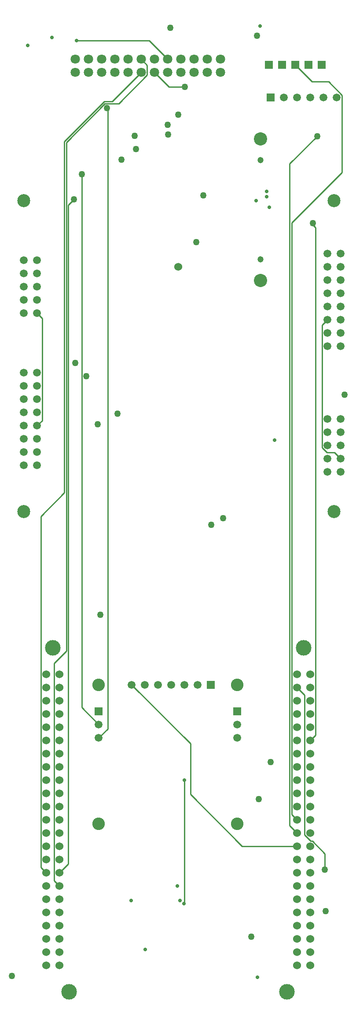
<source format=gbr>
G04 Layer_Physical_Order=4*
G04 Layer_Color=36540*
%FSLAX26Y26*%
%MOIN*%
%TF.FileFunction,Copper,L4,Inr,Signal*%
%TF.Part,Single*%
G01*
G75*
%TA.AperFunction,Conductor*%
%ADD20C,0.010000*%
%TA.AperFunction,ComponentPad*%
%ADD21C,0.059055*%
%ADD22R,0.059055X0.059055*%
%ADD23C,0.100000*%
%ADD24C,0.047000*%
%ADD25C,0.070866*%
%ADD26C,0.060000*%
%ADD27C,0.118110*%
%ADD28R,0.059055X0.059055*%
%ADD29R,0.060000X0.060000*%
%TA.AperFunction,ViaPad*%
%ADD30C,0.060000*%
%TA.AperFunction,WasherPad*%
%ADD31C,0.098425*%
%ADD32C,0.095000*%
%TA.AperFunction,ViaPad*%
%ADD33C,0.050000*%
%ADD34C,0.027559*%
D20*
X-1858000Y6978500D02*
X-1852000Y6972500D01*
X-1852000Y2288029D02*
X-1852000Y6972500D01*
X-1919851Y2220178D02*
X-1852000Y2288029D01*
X-833000Y1400000D02*
X-419075Y1400000D01*
X-1225511Y1792511D02*
X-833000Y1400000D01*
X-1225511Y1792511D02*
X-1225511Y2175838D01*
X-1272000Y966500D02*
X-1272000Y1898500D01*
X-1273000Y965500D02*
X-1272000Y966500D01*
X-1272000Y1898500D02*
X-1271000Y1899500D01*
X-2258000Y1140000D02*
X-2258000Y2784503D01*
X-2220481Y1097336D02*
X-2220481Y1102481D01*
X-2165575Y2876928D02*
X-2165575Y6720423D01*
X-361501Y1486932D02*
X-361501Y2543501D01*
X-314568Y1440000D02*
X-301432Y1440000D01*
X-205614Y1223272D02*
X-205614Y1344183D01*
X-301432Y1440000D02*
X-205614Y1344183D01*
X-417500Y2599500D02*
X-361501Y2543501D01*
X-1552567Y7229681D02*
X-1552567Y7303067D01*
X-1598000Y7348500D02*
X-1552567Y7303067D01*
X-1768748Y7013500D02*
X-1552567Y7229681D01*
X-2165575Y6720423D02*
X-1872497Y7013500D01*
X-1768748Y7013500D01*
X-2180575Y6726636D02*
X-1878711Y7028500D01*
X-1818000Y7028500D02*
X-1598000Y7248500D01*
X-2358000Y1240000D02*
X-2320481Y1202481D01*
X-1878711Y7028500D02*
X-1818000Y7028500D01*
X-1498000Y7248500D02*
X-1388000Y7138500D01*
X-1268000Y7138500D01*
X-2088000Y7488500D02*
X-1538000Y7488500D01*
X-1398000Y7348500D01*
X-227528Y4412127D02*
X-227528Y5338972D01*
X-188000Y5378500D01*
X-2150575Y1267425D02*
X-2150575Y6245925D01*
X-2108000Y6288500D01*
X-76473Y6493363D02*
X-76473Y7077873D01*
X-303329Y7180025D02*
X-178625Y7180025D01*
X-458000Y1640000D02*
X-458000Y6111836D01*
X-178625Y7180025D02*
X-76473Y7077873D01*
X-473000Y1555000D02*
X-418575Y1500575D01*
X-458000Y6111836D02*
X-76473Y6493363D01*
X-2388000Y5428500D02*
X-2348472Y5388972D01*
X-2348472Y4618028D02*
X-2348472Y5388972D01*
X-298000Y6097676D02*
X-298000Y6108500D01*
X-134507Y4375007D02*
X-88000Y4328500D01*
X-190407Y4375007D02*
X-134507Y4375007D01*
X-430481Y7307176D02*
X-303329Y7180025D01*
X-419075Y1400000D02*
X-418575Y1399500D01*
X-2220481Y1197336D02*
X-2220481Y1197519D01*
X-2320481Y1197336D02*
X-2320481Y1202481D01*
X-2258000Y1140000D02*
X-2220481Y1102481D01*
X-2220481Y1197519D02*
X-2150575Y1267425D01*
X-2258000Y2784503D02*
X-2165575Y2876928D01*
X-2358000Y3894605D02*
X-2180575Y4072030D01*
X-318575Y2199500D02*
X-318500Y2199500D01*
X-418575Y1599500D02*
X-418575Y1600575D01*
X-418575Y1499500D02*
X-418575Y1500575D01*
X-473000Y1555000D02*
X-473000Y6559657D01*
X-458000Y1640000D02*
X-418575Y1600575D01*
X-361501Y1486932D02*
X-314568Y1440000D01*
X-418575Y2599500D02*
X-417500Y2599500D01*
X-318500Y2199500D02*
X-278000Y2240000D01*
X-2358000Y1240000D02*
X-2358000Y3894605D01*
X-2180575Y4072030D02*
X-2180575Y6726636D01*
X-298000Y6097676D02*
X-278000Y6077676D01*
X-278000Y2240000D02*
X-278000Y6077676D01*
X-227528Y4412127D02*
X-190407Y4375007D01*
X-2388000Y4578500D02*
X-2348472Y4618028D01*
X-473000Y6559657D02*
X-265481Y6767176D01*
X-2048000Y2448327D02*
X-1919851Y2320178D01*
X-2048000Y2448327D02*
X-2048000Y6478500D01*
X-1669851Y2620178D02*
X-1225511Y2175838D01*
D21*
X-869851Y2220178D02*
D03*
X-869851Y2320178D02*
D03*
X-1919851Y2220178D02*
D03*
X-1919851Y2320178D02*
D03*
X-188000Y4228500D02*
D03*
X-188000Y4328500D02*
D03*
X-188000Y4428500D02*
D03*
X-188000Y4528500D02*
D03*
X-188000Y4628500D02*
D03*
X-88000Y4228500D02*
D03*
X-88000Y4328500D02*
D03*
X-88000Y4428500D02*
D03*
X-88000Y4528500D02*
D03*
X-88000Y4628500D02*
D03*
X-116001Y7061500D02*
D03*
X-216001Y7061500D02*
D03*
X-316001Y7061500D02*
D03*
X-416001Y7061500D02*
D03*
X-516001Y7061500D02*
D03*
X-2488000Y5428500D02*
D03*
X-2488000Y5528500D02*
D03*
X-2488000Y5628500D02*
D03*
X-2488000Y5728500D02*
D03*
X-2488000Y5828500D02*
D03*
X-2388000Y5428500D02*
D03*
X-2388000Y5528500D02*
D03*
X-2388000Y5628500D02*
D03*
X-2388000Y5728500D02*
D03*
X-2388000Y5828500D02*
D03*
X-2388000Y4278500D02*
D03*
X-2388000Y4378500D02*
D03*
X-2388000Y4478500D02*
D03*
X-2488000Y4278500D02*
D03*
X-2488000Y4378500D02*
D03*
X-2488000Y4478500D02*
D03*
X-2388000Y4578500D02*
D03*
X-2388000Y4678500D02*
D03*
X-2388000Y4778500D02*
D03*
X-2388000Y4878500D02*
D03*
X-2388000Y4978500D02*
D03*
X-2488000Y4578500D02*
D03*
X-2488000Y4678500D02*
D03*
X-2488000Y4778500D02*
D03*
X-2488000Y4878500D02*
D03*
X-2488000Y4978500D02*
D03*
X-88000Y5178500D02*
D03*
X-88000Y5278500D02*
D03*
X-88000Y5378500D02*
D03*
X-188000Y5178500D02*
D03*
X-188000Y5278500D02*
D03*
X-188000Y5378500D02*
D03*
X-88000Y5478500D02*
D03*
X-88000Y5578500D02*
D03*
X-88000Y5678500D02*
D03*
X-88000Y5778500D02*
D03*
X-88000Y5878500D02*
D03*
X-188000Y5478500D02*
D03*
X-188000Y5578500D02*
D03*
X-188000Y5678500D02*
D03*
X-188000Y5778500D02*
D03*
X-188000Y5878500D02*
D03*
X-1269851Y2620178D02*
D03*
X-1169851Y2620178D02*
D03*
X-1369851Y2620178D02*
D03*
X-1469851Y2620178D02*
D03*
X-1569851Y2620178D02*
D03*
X-1669851Y2620178D02*
D03*
D22*
X-869851Y2420178D02*
D03*
X-1919851Y2420178D02*
D03*
D23*
X-693803Y5675260D02*
D03*
X-693803Y6747660D02*
D03*
D24*
X-693803Y6585760D02*
D03*
X-695403Y5837160D02*
D03*
D25*
X-1098000Y7248500D02*
D03*
X-1098000Y7348500D02*
D03*
X-1198000Y7348500D02*
D03*
X-1298000Y7348500D02*
D03*
X-1398000Y7348500D02*
D03*
X-1498000Y7348500D02*
D03*
X-1598000Y7348500D02*
D03*
X-1698000Y7348500D02*
D03*
X-1798000Y7348500D02*
D03*
X-1898000Y7348500D02*
D03*
X-1998000Y7348500D02*
D03*
X-2098000Y7348500D02*
D03*
X-1198000Y7248500D02*
D03*
X-1298000Y7248500D02*
D03*
X-1398000Y7248500D02*
D03*
X-1498000Y7248500D02*
D03*
X-1598000Y7248500D02*
D03*
X-1698000Y7248500D02*
D03*
X-1798000Y7248500D02*
D03*
X-1898000Y7248500D02*
D03*
X-1998000Y7248500D02*
D03*
X-2098000Y7248500D02*
D03*
X-998000Y7348500D02*
D03*
X-998000Y7248500D02*
D03*
D26*
X-2318000Y2700000D02*
D03*
X-418000Y500000D02*
D03*
X-418000Y600000D02*
D03*
X-418000Y700000D02*
D03*
X-418000Y800000D02*
D03*
X-418000Y900000D02*
D03*
X-418000Y1000000D02*
D03*
X-418000Y1100000D02*
D03*
X-418000Y1200000D02*
D03*
X-418000Y1300000D02*
D03*
X-418000Y1400000D02*
D03*
X-418000Y1500000D02*
D03*
X-418000Y1600000D02*
D03*
X-418000Y1700000D02*
D03*
X-418000Y1800000D02*
D03*
X-418000Y1900000D02*
D03*
X-418000Y2000000D02*
D03*
X-418000Y2100000D02*
D03*
X-418000Y2200000D02*
D03*
X-418000Y2300000D02*
D03*
X-418000Y2400000D02*
D03*
X-418000Y2500000D02*
D03*
X-418000Y2600000D02*
D03*
X-318000Y500000D02*
D03*
X-318000Y600000D02*
D03*
X-318000Y700000D02*
D03*
X-318000Y800000D02*
D03*
X-318000Y900000D02*
D03*
X-318000Y1000000D02*
D03*
X-318000Y1100000D02*
D03*
X-318000Y1200000D02*
D03*
X-318000Y1300000D02*
D03*
X-318000Y1400000D02*
D03*
X-318000Y1500000D02*
D03*
X-318000Y1600000D02*
D03*
X-318000Y1700000D02*
D03*
X-318000Y1800000D02*
D03*
X-318000Y1900000D02*
D03*
X-318000Y2000000D02*
D03*
X-318000Y2100000D02*
D03*
X-318000Y2200000D02*
D03*
X-318000Y2300000D02*
D03*
X-318000Y2400000D02*
D03*
X-318000Y2500000D02*
D03*
X-318000Y2600000D02*
D03*
X-318000Y2700000D02*
D03*
X-418000Y2700000D02*
D03*
X-2318000Y500000D02*
D03*
X-2318000Y600000D02*
D03*
X-2318000Y700000D02*
D03*
X-2318000Y800000D02*
D03*
X-2318000Y900000D02*
D03*
X-2318000Y1000000D02*
D03*
X-2318000Y1100000D02*
D03*
X-2318000Y1200000D02*
D03*
X-2318000Y1300000D02*
D03*
X-2318000Y1400000D02*
D03*
X-2318000Y1500000D02*
D03*
X-2318000Y1600000D02*
D03*
X-2318000Y1700000D02*
D03*
X-2318000Y1800000D02*
D03*
X-2318000Y1900000D02*
D03*
X-2318000Y2000000D02*
D03*
X-2318000Y2100000D02*
D03*
X-2318000Y2200000D02*
D03*
X-2318000Y2300000D02*
D03*
X-2318000Y2400000D02*
D03*
X-2318000Y2500000D02*
D03*
X-2318000Y2600000D02*
D03*
X-2218000Y500000D02*
D03*
X-2218000Y600000D02*
D03*
X-2218000Y700000D02*
D03*
X-2218000Y800000D02*
D03*
X-2218000Y900000D02*
D03*
X-2218000Y1000000D02*
D03*
X-2218000Y1100000D02*
D03*
X-2218000Y1200000D02*
D03*
X-2218000Y1300000D02*
D03*
X-2218000Y1400000D02*
D03*
X-2218000Y1500000D02*
D03*
X-2218000Y1600000D02*
D03*
X-2218000Y1700000D02*
D03*
X-2218000Y1800000D02*
D03*
X-2218000Y1900000D02*
D03*
X-2218000Y2000000D02*
D03*
X-2218000Y2100000D02*
D03*
X-2218000Y2200000D02*
D03*
X-2218000Y2300000D02*
D03*
X-2218000Y2400000D02*
D03*
X-2218000Y2500000D02*
D03*
X-2218000Y2600000D02*
D03*
X-2218000Y2700000D02*
D03*
D27*
X-2143000Y300000D02*
D03*
X-493000Y300000D02*
D03*
X-368000Y2900000D02*
D03*
X-2268000Y2900000D02*
D03*
D28*
X-616001Y7061500D02*
D03*
X-1069851Y2620178D02*
D03*
D29*
X-330481Y7307176D02*
D03*
X-430481Y7307176D02*
D03*
X-530481Y7307176D02*
D03*
X-630481Y7307176D02*
D03*
X-230481Y7307176D02*
D03*
D30*
X-1318000Y5778500D02*
D03*
D31*
X-2488000Y6278500D02*
D03*
X-2488000Y3928500D02*
D03*
X-138000Y6278500D02*
D03*
X-138000Y3928500D02*
D03*
D32*
X-1919851Y1570178D02*
D03*
X-869851Y2620178D02*
D03*
X-869851Y1570178D02*
D03*
X-1919851Y2620178D02*
D03*
D33*
X-1179948Y5964948D02*
D03*
X-763000Y715000D02*
D03*
X-708000Y1755000D02*
D03*
X-618000Y2035000D02*
D03*
X-1748000Y6588500D02*
D03*
X-1858000Y6978500D02*
D03*
X-978000Y3878500D02*
D03*
X-1778000Y4668500D02*
D03*
X-1068000Y3828500D02*
D03*
X-1928000Y4588500D02*
D03*
X-1908000Y3148500D02*
D03*
X-1268000Y7138500D02*
D03*
X-1318000Y6928500D02*
D03*
X-2048000Y6478500D02*
D03*
X-1128000Y6318500D02*
D03*
X-2108000Y6288500D02*
D03*
X-1378000Y7587500D02*
D03*
X-720481Y7527176D02*
D03*
X-265481Y6767176D02*
D03*
X-58000Y4813500D02*
D03*
X-2578000Y418500D02*
D03*
X-205614Y1223272D02*
D03*
X-201677Y908311D02*
D03*
X-1398000Y6853500D02*
D03*
X-1393000Y6778500D02*
D03*
X-298000Y6108500D02*
D03*
X-1648000Y6771500D02*
D03*
X-2013000Y4953500D02*
D03*
X-2098000Y5053500D02*
D03*
X-1638000Y6668500D02*
D03*
D34*
X-1568000Y620000D02*
D03*
X-718000Y410000D02*
D03*
X-1271000Y1899500D02*
D03*
X-698000Y7600000D02*
D03*
X-588000Y4468500D02*
D03*
X-648000Y6348500D02*
D03*
X-2273000Y7513500D02*
D03*
X-1273000Y965500D02*
D03*
X-1323724Y1101224D02*
D03*
X-1674118Y990988D02*
D03*
X-1304039Y990988D02*
D03*
X-648000Y6308500D02*
D03*
X-728000Y6278500D02*
D03*
X-628000Y6228500D02*
D03*
X-2458000Y7453500D02*
D03*
X-2088000Y7488500D02*
D03*
%TF.MD5,91f6fbaa8d97e1eb4ef5b58d23187538*%
M02*

</source>
